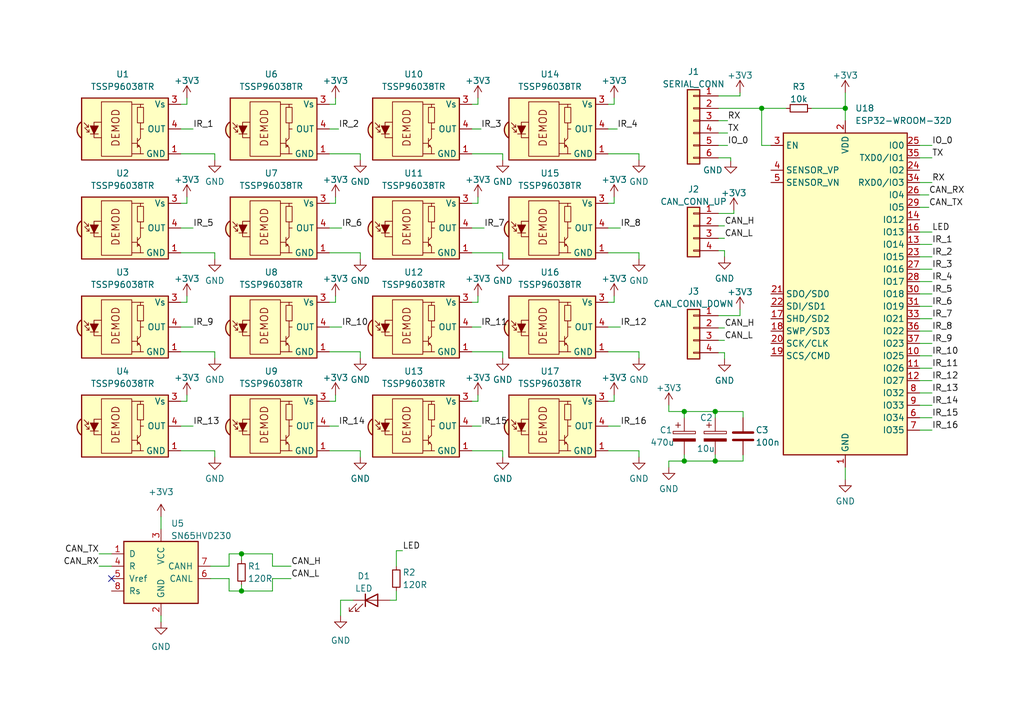
<source format=kicad_sch>
(kicad_sch (version 20211123) (generator eeschema)
  (paper "A5")
  (lib_symbols
    (symbol "BUCKY_IR:TSSP96038TR"
      (property "Reference" "U" (at 0 7.62 0))
      (property "Value" "TSSP96038TR" (at 0 -7.62 0))
      (symbol "TSSP96038TR_0_0"
        (arc (start -8.7879 1.5875) (mid -9.5908 0) (end -8.7879 -1.5875) (stroke (width 0.254)) (fill (type background)))
        (polyline (pts (xy 3.4041 -4.8895) (xy 1.6261 -4.8895)))
        (polyline (pts (xy 3.4041 5.2705) (xy 1.6261 5.2705)))
        (text "DEMOD" (at -1.6759 0.4445 900) (effects (font (size 1.524 1.524))))
      )
      (symbol "TSSP96038TR_0_1"
        (rectangle (start -4.5969 5.7785) (end 1.6261 -5.3975))
        (polyline (pts (xy -7.2639 0.5715) (xy -8.1529 1.4605)))
        (polyline (pts (xy -7.2639 0.5715) (xy -7.7719 0.5715)))
        (polyline (pts (xy -7.2639 0.5715) (xy -7.2639 1.0795)))
        (polyline (pts (xy -7.1369 -0.4445) (xy -8.0259 0.4445)))
        (polyline (pts (xy -7.1369 -0.4445) (xy -7.6449 -0.4445)))
        (polyline (pts (xy -7.1369 -0.4445) (xy -7.1369 0.0635)))
        (polyline (pts (xy -6.8829 -0.8255) (xy -5.2319 -0.8255)))
        (polyline (pts (xy 2.7691 -2.7305) (xy 1.6261 -2.7305)))
        (polyline (pts (xy 2.7691 -1.7145) (xy 2.7691 -3.6195)))
        (polyline (pts (xy 2.8961 -3.3655) (xy 3.0231 -3.3655)))
        (polyline (pts (xy 3.1501 -3.3655) (xy 3.0231 -3.3655)))
        (polyline (pts (xy 3.1501 -3.3655) (xy 3.1501 -3.1115)))
        (polyline (pts (xy 3.4041 0.1905) (xy 3.4041 1.4605)))
        (polyline (pts (xy 3.4041 4.6355) (xy 3.4041 5.2705) (xy 4.0391 5.2705)))
        (polyline (pts (xy -6.8829 0.8255) (xy -5.2319 0.8255) (xy -6.1209 -0.8255) (xy -6.8829 0.8255)) (fill (type outline)))
        (polyline (pts (xy -4.5969 1.5875) (xy -6.1209 1.5875) (xy -6.1209 -1.5875) (xy -4.5969 -1.5875)))
        (polyline (pts (xy 2.7691 -2.9845) (xy 3.4041 -3.6195) (xy 3.4041 -4.8895) (xy 4.0391 -4.8895)))
        (polyline (pts (xy 2.7691 -2.3495) (xy 3.4041 -1.7145) (xy 3.4041 0.1905) (xy 4.0391 0.1905)))
        (rectangle (start 4.0391 1.4605) (end 2.7691 4.6355))
        (rectangle (start 9.1191 6.5405) (end -8.6609 -6.1595) (stroke (width 0.254)) (fill (type background)))
      )
      (symbol "TSSP96038TR_1_1"
        (pin power_in line (at 11.6591 -4.8895 180) (length 2.54) (name "GND") (number "1"))
        (pin power_in line (at 11.6591 5.2705 180) (length 2.54) (name "Vs") (number "3"))
        (pin output line (at 11.6591 0.1905 180) (length 2.54) (name "OUT") (number "4"))
      )
    )
    (symbol "Connector_Generic:Conn_01x04" (pin_names (offset 1.016) hide)
      (property "Reference" "J" (at 0 5.08 0))
      (property "Value" "Conn_01x04" (at 0 -7.62 0))
      (symbol "Conn_01x04_1_1"
        (rectangle (start -1.27 -4.953) (end 0 -5.207) (stroke (width 0.1524)))
        (rectangle (start -1.27 -2.413) (end 0 -2.667) (stroke (width 0.1524)))
        (rectangle (start -1.27 0.127) (end 0 -0.127) (stroke (width 0.1524)))
        (rectangle (start -1.27 2.667) (end 0 2.413) (stroke (width 0.1524)))
        (rectangle (start -1.27 3.81) (end 1.27 -6.35) (stroke (width 0.254)) (fill (type background)))
        (pin passive line (at -5.08 2.54 0) (length 3.81) (name "Pin_1") (number "1"))
        (pin passive line (at -5.08 0 0) (length 3.81) (name "Pin_2") (number "2"))
        (pin passive line (at -5.08 -2.54 0) (length 3.81) (name "Pin_3") (number "3"))
        (pin passive line (at -5.08 -5.08 0) (length 3.81) (name "Pin_4") (number "4"))
      )
    )
    (symbol "Connector_Generic:Conn_01x06" (pin_names (offset 1.016) hide)
      (property "Reference" "J" (at 0 7.62 0))
      (property "Value" "Conn_01x06" (at 0 -10.16 0))
      (symbol "Conn_01x06_1_1"
        (rectangle (start -1.27 -7.493) (end 0 -7.747) (stroke (width 0.1524)))
        (rectangle (start -1.27 -4.953) (end 0 -5.207) (stroke (width 0.1524)))
        (rectangle (start -1.27 -2.413) (end 0 -2.667) (stroke (width 0.1524)))
        (rectangle (start -1.27 0.127) (end 0 -0.127) (stroke (width 0.1524)))
        (rectangle (start -1.27 2.667) (end 0 2.413) (stroke (width 0.1524)))
        (rectangle (start -1.27 5.207) (end 0 4.953) (stroke (width 0.1524)))
        (rectangle (start -1.27 6.35) (end 1.27 -8.89) (stroke (width 0.254)) (fill (type background)))
        (pin passive line (at -5.08 5.08 0) (length 3.81) (name "Pin_1") (number "1"))
        (pin passive line (at -5.08 2.54 0) (length 3.81) (name "Pin_2") (number "2"))
        (pin passive line (at -5.08 0 0) (length 3.81) (name "Pin_3") (number "3"))
        (pin passive line (at -5.08 -2.54 0) (length 3.81) (name "Pin_4") (number "4"))
        (pin passive line (at -5.08 -5.08 0) (length 3.81) (name "Pin_5") (number "5"))
        (pin passive line (at -5.08 -7.62 0) (length 3.81) (name "Pin_6") (number "6"))
      )
    )
    (symbol "Device:C" (pin_numbers hide) (pin_names (offset 0.254))
      (property "Reference" "C" (at 0.635 2.54 0))
      (property "Value" "C" (at 0.635 -2.54 0))
      (symbol "C_0_1"
        (polyline (pts (xy -2.032 -0.762) (xy 2.032 -0.762)) (stroke (width 0.508)))
        (polyline (pts (xy -2.032 0.762) (xy 2.032 0.762)) (stroke (width 0.508)))
      )
      (symbol "C_1_1"
        (pin passive line (at 0 3.81 270) (length 2.794) (name "~") (number "1"))
        (pin passive line (at 0 -3.81 90) (length 2.794) (name "~") (number "2"))
      )
    )
    (symbol "Device:C_Polarized" (pin_numbers hide) (pin_names (offset 0.254))
      (property "Reference" "C" (at 0.635 2.54 0))
      (property "Value" "C_Polarized" (at 0.635 -2.54 0))
      (symbol "C_Polarized_0_1"
        (rectangle (start -2.286 0.508) (end 2.286 1.016))
        (polyline (pts (xy -1.778 2.286) (xy -0.762 2.286)))
        (polyline (pts (xy -1.27 2.794) (xy -1.27 1.778)))
        (rectangle (start 2.286 -0.508) (end -2.286 -1.016) (fill (type outline)))
      )
      (symbol "C_Polarized_1_1"
        (pin passive line (at 0 3.81 270) (length 2.794) (name "~") (number "1"))
        (pin passive line (at 0 -3.81 90) (length 2.794) (name "~") (number "2"))
      )
    )
    (symbol "Device:LED" (pin_numbers hide) (pin_names (offset 1.016) hide)
      (property "Reference" "D" (at 0 2.54 0))
      (property "Value" "LED" (at 0 -2.54 0))
      (symbol "LED_0_1"
        (polyline (pts (xy -1.27 -1.27) (xy -1.27 1.27)) (stroke (width 0.254)))
        (polyline (pts (xy -1.27 0) (xy 1.27 0)))
        (polyline (pts (xy 1.27 -1.27) (xy 1.27 1.27) (xy -1.27 0) (xy 1.27 -1.27)) (stroke (width 0.254)))
        (polyline (pts (xy -3.048 -0.762) (xy -4.572 -2.286) (xy -3.81 -2.286) (xy -4.572 -2.286) (xy -4.572 -1.524)))
        (polyline (pts (xy -1.778 -0.762) (xy -3.302 -2.286) (xy -2.54 -2.286) (xy -3.302 -2.286) (xy -3.302 -1.524)))
      )
      (symbol "LED_1_1"
        (pin passive line (at -3.81 0 0) (length 2.54) (name "K") (number "1"))
        (pin passive line (at 3.81 0 180) (length 2.54) (name "A") (number "2"))
      )
    )
    (symbol "Device:R_Small" (pin_numbers hide) (pin_names (offset 0.254) hide)
      (property "Reference" "R" (at 0.762 0.508 0))
      (property "Value" "R_Small" (at 0.762 -1.016 0))
      (symbol "R_Small_0_1"
        (rectangle (start -0.762 1.778) (end 0.762 -1.778) (stroke (width 0.2032)))
      )
      (symbol "R_Small_1_1"
        (pin passive line (at 0 2.54 270) (length 0.762) (name "~") (number "1"))
        (pin passive line (at 0 -2.54 90) (length 0.762) (name "~") (number "2"))
      )
    )
    (symbol "Interface_CAN_LIN:SN65HVD230" (pin_names (offset 1.016))
      (property "Reference" "U" (at -2.54 10.16 0))
      (property "Value" "SN65HVD230" (at -2.54 7.62 0))
      (symbol "SN65HVD230_0_1"
        (rectangle (start -7.62 5.08) (end 7.62 -7.62) (stroke (width 0.254)) (fill (type background)))
      )
      (symbol "SN65HVD230_1_1"
        (pin input line (at -10.16 2.54 0) (length 2.54) (name "D") (number "1"))
        (pin power_in line (at 0 -10.16 90) (length 2.54) (name "GND") (number "2"))
        (pin power_in line (at 0 7.62 270) (length 2.54) (name "VCC") (number "3"))
        (pin output line (at -10.16 0 0) (length 2.54) (name "R") (number "4"))
        (pin output line (at -10.16 -2.54 0) (length 2.54) (name "Vref") (number "5"))
        (pin bidirectional line (at 10.16 -2.54 180) (length 2.54) (name "CANL") (number "6"))
        (pin bidirectional line (at 10.16 0 180) (length 2.54) (name "CANH") (number "7"))
        (pin input line (at -10.16 -5.08 0) (length 2.54) (name "Rs") (number "8"))
      )
    )
    (symbol "RF_Module:ESP32-WROOM-32D"
      (property "Reference" "U" (at -12.7 34.29 0))
      (property "Value" "ESP32-WROOM-32D" (at 1.27 34.29 0))
      (symbol "ESP32-WROOM-32D_0_1"
        (rectangle (start -12.7 33.02) (end 12.7 -33.02) (stroke (width 0.254)) (fill (type background)))
      )
      (symbol "ESP32-WROOM-32D_1_1"
        (pin power_in line (at 0 -35.56 90) (length 2.54) (name "GND") (number "1"))
        (pin bidirectional line (at 15.24 -12.7 180) (length 2.54) (name "IO25") (number "10"))
        (pin bidirectional line (at 15.24 -15.24 180) (length 2.54) (name "IO26") (number "11"))
        (pin bidirectional line (at 15.24 -17.78 180) (length 2.54) (name "IO27") (number "12"))
        (pin bidirectional line (at 15.24 10.16 180) (length 2.54) (name "IO14") (number "13"))
        (pin bidirectional line (at 15.24 15.24 180) (length 2.54) (name "IO12") (number "14"))
        (pin passive line (at 0 -35.56 90) (length 2.54) hide (name "GND") (number "15"))
        (pin bidirectional line (at 15.24 12.7 180) (length 2.54) (name "IO13") (number "16"))
        (pin bidirectional line (at -15.24 -5.08 0) (length 2.54) (name "SHD/SD2") (number "17"))
        (pin bidirectional line (at -15.24 -7.62 0) (length 2.54) (name "SWP/SD3") (number "18"))
        (pin bidirectional line (at -15.24 -12.7 0) (length 2.54) (name "SCS/CMD") (number "19"))
        (pin power_in line (at 0 35.56 270) (length 2.54) (name "VDD") (number "2"))
        (pin bidirectional line (at -15.24 -10.16 0) (length 2.54) (name "SCK/CLK") (number "20"))
        (pin bidirectional line (at -15.24 0 0) (length 2.54) (name "SDO/SD0") (number "21"))
        (pin bidirectional line (at -15.24 -2.54 0) (length 2.54) (name "SDI/SD1") (number "22"))
        (pin bidirectional line (at 15.24 7.62 180) (length 2.54) (name "IO15") (number "23"))
        (pin bidirectional line (at 15.24 25.4 180) (length 2.54) (name "IO2") (number "24"))
        (pin bidirectional line (at 15.24 30.48 180) (length 2.54) (name "IO0") (number "25"))
        (pin bidirectional line (at 15.24 20.32 180) (length 2.54) (name "IO4") (number "26"))
        (pin bidirectional line (at 15.24 5.08 180) (length 2.54) (name "IO16") (number "27"))
        (pin bidirectional line (at 15.24 2.54 180) (length 2.54) (name "IO17") (number "28"))
        (pin bidirectional line (at 15.24 17.78 180) (length 2.54) (name "IO5") (number "29"))
        (pin input line (at -15.24 30.48 0) (length 2.54) (name "EN") (number "3"))
        (pin bidirectional line (at 15.24 0 180) (length 2.54) (name "IO18") (number "30"))
        (pin bidirectional line (at 15.24 -2.54 180) (length 2.54) (name "IO19") (number "31"))
        (pin no_connect line (at -12.7 -27.94 0) (length 2.54) hide (name "NC") (number "32"))
        (pin bidirectional line (at 15.24 -5.08 180) (length 2.54) (name "IO21") (number "33"))
        (pin bidirectional line (at 15.24 22.86 180) (length 2.54) (name "RXD0/IO3") (number "34"))
        (pin bidirectional line (at 15.24 27.94 180) (length 2.54) (name "TXD0/IO1") (number "35"))
        (pin bidirectional line (at 15.24 -7.62 180) (length 2.54) (name "IO22") (number "36"))
        (pin bidirectional line (at 15.24 -10.16 180) (length 2.54) (name "IO23") (number "37"))
        (pin passive line (at 0 -35.56 90) (length 2.54) hide (name "GND") (number "38"))
        (pin passive line (at 0 -35.56 90) (length 2.54) hide (name "GND") (number "39"))
        (pin input line (at -15.24 25.4 0) (length 2.54) (name "SENSOR_VP") (number "4"))
        (pin input line (at -15.24 22.86 0) (length 2.54) (name "SENSOR_VN") (number "5"))
        (pin input line (at 15.24 -25.4 180) (length 2.54) (name "IO34") (number "6"))
        (pin input line (at 15.24 -27.94 180) (length 2.54) (name "IO35") (number "7"))
        (pin bidirectional line (at 15.24 -20.32 180) (length 2.54) (name "IO32") (number "8"))
        (pin bidirectional line (at 15.24 -22.86 180) (length 2.54) (name "IO33") (number "9"))
      )
    )
    (symbol "power:+3.3V" (power) (pin_names (offset 0))
      (property "Value" "+3.3V" (at 0 3.556 0))
      (symbol "+3.3V_0_1"
        (polyline (pts (xy -0.762 1.27) (xy 0 2.54)))
        (polyline (pts (xy 0 0) (xy 0 2.54)))
        (polyline (pts (xy 0 2.54) (xy 0.762 1.27)))
      )
      (symbol "+3.3V_1_1"
        (pin power_in line (at 0 0 90) (length 0) hide (name "+3V3") (number "1"))
      )
    )
    (symbol "power:GND" (power) (pin_names (offset 0))
      (property "Value" "GND" (at 0 -3.81 0))
      (symbol "GND_0_1"
        (polyline (pts (xy 0 0) (xy 0 -1.27) (xy 1.27 -1.27) (xy 0 -2.54) (xy -1.27 -1.27) (xy 0 -1.27)))
      )
      (symbol "GND_1_1"
        (pin power_in line (at 0 0 270) (length 0) hide (name "GND") (number "1"))
      )
    )
  )
  (junction (at 140.335 84.455))
  (junction (at 49.53 121.285))
  (junction (at 173.355 22.225))
  (junction (at 49.53 113.665))
  (junction (at 146.685 94.615))
  (junction (at 156.21 22.225))
  (junction (at 146.685 84.455))
  (junction (at 140.335 94.615))
  (no_connect (at 22.86 118.745))
  (wire (pts (xy 96.7491 67.1195) (xy 98.6541 67.1195)))
  (wire (pts (xy 173.355 19.05) (xy 173.355 22.225)))
  (wire (pts (xy 137.16 95.885) (xy 137.16 94.615)))
  (wire (pts (xy 188.595 37.465) (xy 191.135 37.465)))
  (wire (pts (xy 20.32 113.665) (xy 22.86 113.665)))
  (wire (pts (xy 49.53 121.285) (xy 55.88 121.285)))
  (wire (pts (xy 98.0191 82.3595) (xy 96.7491 82.3595)))
  (wire (pts (xy 96.7491 26.4795) (xy 98.6541 26.4795)))
  (wire (pts (xy 146.685 94.615) (xy 152.4 94.615)))
  (wire (pts (xy 173.355 22.225) (xy 173.355 24.765)))
  (wire (pts (xy 73.8891 72.1995) (xy 67.5391 72.1995)))
  (wire (pts (xy 151.765 63.5) (xy 151.765 64.77)))
  (wire (pts (xy 188.595 67.945) (xy 191.135 67.945)))
  (wire (pts (xy 33.02 106.045) (xy 33.02 108.585)))
  (wire (pts (xy 98.0191 60.7695) (xy 98.0191 62.0395)))
  (wire (pts (xy 151.765 19.05) (xy 151.765 19.685)))
  (wire (pts (xy 49.53 113.665) (xy 55.88 113.665)))
  (wire (pts (xy 73.8891 32.8295) (xy 73.8891 31.5595)))
  (wire (pts (xy 103.0991 31.5595) (xy 96.7491 31.5595)))
  (wire (pts (xy 156.21 29.845) (xy 158.115 29.845)))
  (wire (pts (xy 46.99 116.205) (xy 46.99 113.665)))
  (wire (pts (xy 188.595 42.545) (xy 190.5 42.545)))
  (wire (pts (xy 49.53 113.665) (xy 49.53 114.935)))
  (wire (pts (xy 81.28 113.03) (xy 81.28 116.205)))
  (wire (pts (xy 149.86 32.385) (xy 147.32 32.385)))
  (wire (pts (xy 43.18 118.745) (xy 46.99 118.745)))
  (wire (pts (xy 148.59 51.435) (xy 147.32 51.435)))
  (wire (pts (xy 124.6891 26.4795) (xy 126.5941 26.4795)))
  (wire (pts (xy 147.32 46.355) (xy 148.59 46.355)))
  (wire (pts (xy 37.0591 67.1195) (xy 39.5991 67.1195)))
  (wire (pts (xy 68.8091 60.7695) (xy 68.8091 62.0395)))
  (wire (pts (xy 43.18 116.205) (xy 46.99 116.205)))
  (wire (pts (xy 38.3291 62.0395) (xy 37.0591 62.0395)))
  (wire (pts (xy 188.595 85.725) (xy 191.135 85.725)))
  (wire (pts (xy 140.335 94.615) (xy 146.685 94.615)))
  (wire (pts (xy 38.3291 40.4495) (xy 38.3291 41.7195)))
  (wire (pts (xy 67.5391 46.7995) (xy 70.0791 46.7995)))
  (wire (pts (xy 125.9591 41.7195) (xy 124.6891 41.7195)))
  (wire (pts (xy 146.685 84.455) (xy 146.685 85.725)))
  (wire (pts (xy 150.495 43.815) (xy 147.32 43.815)))
  (wire (pts (xy 125.9591 20.1295) (xy 125.9591 21.3995)))
  (wire (pts (xy 188.595 78.105) (xy 191.135 78.105)))
  (wire (pts (xy 37.0591 87.4395) (xy 39.5991 87.4395)))
  (wire (pts (xy 147.32 67.31) (xy 148.59 67.31)))
  (wire (pts (xy 38.3291 21.3995) (xy 37.0591 21.3995)))
  (wire (pts (xy 67.5391 87.4395) (xy 69.4441 87.4395)))
  (wire (pts (xy 124.6891 67.1195) (xy 127.2291 67.1195)))
  (wire (pts (xy 33.02 126.365) (xy 33.02 127.635)))
  (wire (pts (xy 68.8091 21.3995) (xy 67.5391 21.3995)))
  (wire (pts (xy 137.16 94.615) (xy 140.335 94.615)))
  (wire (pts (xy 37.0591 26.4795) (xy 39.5991 26.4795)))
  (wire (pts (xy 103.0991 93.7895) (xy 103.0991 92.5195)))
  (wire (pts (xy 103.0991 73.4695) (xy 103.0991 72.1995)))
  (wire (pts (xy 188.595 75.565) (xy 191.135 75.565)))
  (wire (pts (xy 69.85 126.365) (xy 69.85 123.19)))
  (wire (pts (xy 147.32 22.225) (xy 156.21 22.225)))
  (wire (pts (xy 46.99 118.745) (xy 46.99 121.285)))
  (wire (pts (xy 166.37 22.225) (xy 173.355 22.225)))
  (wire (pts (xy 131.0391 32.8295) (xy 131.0391 31.5595)))
  (wire (pts (xy 98.0191 81.0895) (xy 98.0191 82.3595)))
  (wire (pts (xy 68.8091 40.4495) (xy 68.8091 41.7195)))
  (wire (pts (xy 173.355 95.885) (xy 173.355 98.425)))
  (wire (pts (xy 98.0191 41.7195) (xy 96.7491 41.7195)))
  (wire (pts (xy 55.88 121.285) (xy 55.88 118.745)))
  (wire (pts (xy 131.0391 31.5595) (xy 124.6891 31.5595)))
  (wire (pts (xy 38.3291 60.7695) (xy 38.3291 62.0395)))
  (wire (pts (xy 125.9591 21.3995) (xy 124.6891 21.3995)))
  (wire (pts (xy 131.0391 72.1995) (xy 124.6891 72.1995)))
  (wire (pts (xy 152.4 94.615) (xy 152.4 93.345)))
  (wire (pts (xy 188.595 88.265) (xy 191.135 88.265)))
  (wire (pts (xy 125.9591 60.7695) (xy 125.9591 62.0395)))
  (wire (pts (xy 188.595 70.485) (xy 191.135 70.485)))
  (wire (pts (xy 44.0441 31.5595) (xy 37.0591 31.5595)))
  (wire (pts (xy 73.8891 92.5195) (xy 67.5391 92.5195)))
  (wire (pts (xy 103.0991 72.1995) (xy 96.7491 72.1995)))
  (wire (pts (xy 125.9591 40.4495) (xy 125.9591 41.7195)))
  (wire (pts (xy 125.9591 82.3595) (xy 124.6891 82.3595)))
  (wire (pts (xy 150.495 43.18) (xy 150.495 43.815)))
  (wire (pts (xy 73.8891 31.5595) (xy 67.5391 31.5595)))
  (wire (pts (xy 188.595 80.645) (xy 191.135 80.645)))
  (wire (pts (xy 140.335 84.455) (xy 140.335 85.725)))
  (wire (pts (xy 67.5391 26.4795) (xy 69.4441 26.4795)))
  (wire (pts (xy 103.0991 51.8795) (xy 96.7491 51.8795)))
  (wire (pts (xy 124.6891 46.7995) (xy 127.2291 46.7995)))
  (wire (pts (xy 147.32 48.895) (xy 148.59 48.895)))
  (wire (pts (xy 151.765 64.77) (xy 147.32 64.77)))
  (wire (pts (xy 188.595 73.025) (xy 191.135 73.025)))
  (wire (pts (xy 55.88 113.665) (xy 55.88 116.205)))
  (wire (pts (xy 131.0391 53.1495) (xy 131.0391 51.8795)))
  (wire (pts (xy 73.8891 51.8795) (xy 67.5391 51.8795)))
  (wire (pts (xy 68.8091 81.0895) (xy 68.8091 82.3595)))
  (wire (pts (xy 98.0191 40.4495) (xy 98.0191 41.7195)))
  (wire (pts (xy 131.0391 73.4695) (xy 131.0391 72.1995)))
  (wire (pts (xy 44.0441 53.1495) (xy 44.0441 51.8795)))
  (wire (pts (xy 46.99 121.285) (xy 49.53 121.285)))
  (wire (pts (xy 44.0441 92.5195) (xy 37.0591 92.5195)))
  (wire (pts (xy 156.21 22.225) (xy 156.21 29.845)))
  (wire (pts (xy 67.5391 67.1195) (xy 70.0791 67.1195)))
  (wire (pts (xy 82.55 113.03) (xy 81.28 113.03)))
  (wire (pts (xy 55.88 116.205) (xy 59.69 116.205)))
  (wire (pts (xy 69.85 123.19) (xy 72.39 123.19)))
  (wire (pts (xy 156.21 22.225) (xy 161.29 22.225)))
  (wire (pts (xy 188.595 50.165) (xy 191.135 50.165)))
  (wire (pts (xy 146.685 84.455) (xy 152.4 84.455)))
  (wire (pts (xy 188.595 60.325) (xy 191.135 60.325)))
  (wire (pts (xy 81.28 123.19) (xy 80.01 123.19)))
  (wire (pts (xy 137.16 84.455) (xy 140.335 84.455)))
  (wire (pts (xy 188.595 29.845) (xy 191.135 29.845)))
  (wire (pts (xy 125.9591 81.0895) (xy 125.9591 82.3595)))
  (wire (pts (xy 188.595 65.405) (xy 191.135 65.405)))
  (wire (pts (xy 147.32 69.85) (xy 148.59 69.85)))
  (wire (pts (xy 148.59 72.39) (xy 147.32 72.39)))
  (wire (pts (xy 44.0441 72.1995) (xy 37.0591 72.1995)))
  (wire (pts (xy 137.16 83.185) (xy 137.16 84.455)))
  (wire (pts (xy 140.335 93.345) (xy 140.335 94.615)))
  (wire (pts (xy 188.595 83.185) (xy 191.135 83.185)))
  (wire (pts (xy 73.8891 53.1495) (xy 73.8891 51.8795)))
  (wire (pts (xy 38.3291 41.7195) (xy 37.0591 41.7195)))
  (wire (pts (xy 152.4 84.455) (xy 152.4 85.725)))
  (wire (pts (xy 73.8891 93.7895) (xy 73.8891 92.5195)))
  (wire (pts (xy 44.0441 93.7895) (xy 44.0441 92.5195)))
  (wire (pts (xy 125.9591 62.0395) (xy 124.6891 62.0395)))
  (wire (pts (xy 188.595 47.625) (xy 191.135 47.625)))
  (wire (pts (xy 147.32 27.305) (xy 149.225 27.305)))
  (wire (pts (xy 38.3291 82.3595) (xy 37.0591 82.3595)))
  (wire (pts (xy 68.8091 41.7195) (xy 67.5391 41.7195)))
  (wire (pts (xy 148.59 73.66) (xy 148.59 72.39)))
  (wire (pts (xy 188.595 55.245) (xy 191.135 55.245)))
  (wire (pts (xy 44.0441 73.4695) (xy 44.0441 72.1995)))
  (wire (pts (xy 55.88 118.745) (xy 59.69 118.745)))
  (wire (pts (xy 151.765 19.685) (xy 147.32 19.685)))
  (wire (pts (xy 103.0991 92.5195) (xy 96.7491 92.5195)))
  (wire (pts (xy 20.32 116.205) (xy 22.86 116.205)))
  (wire (pts (xy 131.0391 92.5195) (xy 124.6891 92.5195)))
  (wire (pts (xy 148.59 52.705) (xy 148.59 51.435)))
  (wire (pts (xy 149.86 33.02) (xy 149.86 32.385)))
  (wire (pts (xy 188.595 62.865) (xy 191.135 62.865)))
  (wire (pts (xy 188.595 40.005) (xy 190.5 40.005)))
  (wire (pts (xy 98.0191 62.0395) (xy 96.7491 62.0395)))
  (wire (pts (xy 44.0441 32.8295) (xy 44.0441 31.5595)))
  (wire (pts (xy 38.3291 81.0895) (xy 38.3291 82.3595)))
  (wire (pts (xy 96.7491 87.4395) (xy 98.6541 87.4395)))
  (wire (pts (xy 188.595 52.705) (xy 191.135 52.705)))
  (wire (pts (xy 103.0991 53.1495) (xy 103.0991 51.8795)))
  (wire (pts (xy 147.32 24.765) (xy 149.225 24.765)))
  (wire (pts (xy 131.0391 51.8795) (xy 124.6891 51.8795)))
  (wire (pts (xy 46.99 113.665) (xy 49.53 113.665)))
  (wire (pts (xy 98.0191 21.3995) (xy 96.7491 21.3995)))
  (wire (pts (xy 37.0591 46.7995) (xy 39.5991 46.7995)))
  (wire (pts (xy 188.595 57.785) (xy 191.135 57.785)))
  (wire (pts (xy 140.335 84.455) (xy 146.685 84.455)))
  (wire (pts (xy 147.32 29.845) (xy 149.225 29.845)))
  (wire (pts (xy 44.0441 51.8795) (xy 37.0591 51.8795)))
  (wire (pts (xy 38.3291 20.1295) (xy 38.3291 21.3995)))
  (wire (pts (xy 188.595 32.385) (xy 191.135 32.385)))
  (wire (pts (xy 81.28 121.285) (xy 81.28 123.19)))
  (wire (pts (xy 49.53 120.015) (xy 49.53 121.285)))
  (wire (pts (xy 98.0191 20.1295) (xy 98.0191 21.3995)))
  (wire (pts (xy 68.8091 62.0395) (xy 67.5391 62.0395)))
  (wire (pts (xy 103.0991 32.8295) (xy 103.0991 31.5595)))
  (wire (pts (xy 124.6891 87.4395) (xy 127.2291 87.4395)))
  (wire (pts (xy 96.7491 46.7995) (xy 99.2891 46.7995)))
  (wire (pts (xy 68.8091 20.1295) (xy 68.8091 21.3995)))
  (wire (pts (xy 146.685 93.345) (xy 146.685 94.615)))
  (wire (pts (xy 68.8091 82.3595) (xy 67.5391 82.3595)))
  (wire (pts (xy 131.0391 93.7895) (xy 131.0391 92.5195)))
  (wire (pts (xy 73.8891 73.4695) (xy 73.8891 72.1995)))
  (label "IR_6" (at 70.0791 46.7995 0))
  (label "CAN_RX" (at 20.32 116.205 180))
  (label "CAN_H" (at 148.59 46.355 0))
  (label "IR_11" (at 98.6541 67.1195 0))
  (label "CAN_TX" (at 20.32 113.665 180))
  (label "IO_0" (at 191.135 29.845 0))
  (label "CAN_RX" (at 190.5 40.005 0))
  (label "TX" (at 191.135 32.385 0))
  (label "IR_14" (at 69.4441 87.4395 0))
  (label "IR_3" (at 191.135 55.245 0))
  (label "IR_1" (at 39.5991 26.4795 0))
  (label "IR_6" (at 191.135 62.865 0))
  (label "IR_2" (at 69.4441 26.4795 0))
  (label "RX" (at 191.135 37.465 0))
  (label "IR_10" (at 191.135 73.025 0))
  (label "IR_10" (at 70.0791 67.1195 0))
  (label "IR_5" (at 39.5991 46.7995 0))
  (label "IR_15" (at 191.135 85.725 0))
  (label "IR_4" (at 126.5941 26.4795 0))
  (label "CAN_L" (at 148.59 69.85 0))
  (label "CAN_L" (at 59.69 118.745 0))
  (label "IR_11" (at 191.135 75.565 0))
  (label "IR_8" (at 127.2291 46.7995 0))
  (label "CAN_H" (at 148.59 67.31 0))
  (label "LED" (at 82.55 113.03 0))
  (label "IR_13" (at 191.135 80.645 0))
  (label "IR_4" (at 191.135 57.785 0))
  (label "IR_14" (at 191.135 83.185 0))
  (label "IR_15" (at 98.6541 87.4395 0))
  (label "LED" (at 191.135 47.625 0))
  (label "IR_7" (at 99.2891 46.7995 0))
  (label "IO_0" (at 149.225 29.845 0))
  (label "IR_9" (at 191.135 70.485 0))
  (label "IR_16" (at 127.2291 87.4395 0))
  (label "CAN_L" (at 148.59 48.895 0))
  (label "IR_8" (at 191.135 67.945 0))
  (label "IR_13" (at 39.5991 87.4395 0))
  (label "IR_3" (at 98.6541 26.4795 0))
  (label "IR_16" (at 191.135 88.265 0))
  (label "IR_1" (at 191.135 50.165 0))
  (label "IR_12" (at 191.135 78.105 0))
  (label "IR_9" (at 39.5991 67.1195 0))
  (label "RX" (at 149.225 24.765 0))
  (label "IR_12" (at 127.2291 67.1195 0))
  (label "CAN_TX" (at 190.5 42.545 0))
  (label "IR_7" (at 191.135 65.405 0))
  (label "IR_5" (at 191.135 60.325 0))
  (label "CAN_H" (at 59.69 116.205 0))
  (label "TX" (at 149.225 27.305 0))
  (label "IR_2" (at 191.135 52.705 0))
  (symbol (lib_id "power:GND") (at 33.02 127.635 0) (unit 1)
    (property "Reference" "#PWR02" (effects hide))
    (property "Value" "GND" (at 33.02 132.715 0))
  )
  (symbol (lib_id "power:+3.3V") (at 151.765 63.5 0) (unit 1)
    (property "Reference" "#PWR043" (effects hide))
    (property "Value" "+3.3V" (at 151.765 59.9242 0))
  )
  (symbol (lib_id "power:GND") (at 73.8891 73.4695 0) (unit 1)
    (property "Reference" "#PWR018" (effects hide))
    (property "Value" "GND" (at 73.8891 77.9129 0))
  )
  (symbol (lib_id "power:GND") (at 103.0991 93.7895 0) (unit 1)
    (property "Reference" "#PWR027" (effects hide))
    (property "Value" "GND" (at 103.0991 98.2329 0))
  )
  (symbol (lib_id "power:+3.3V") (at 173.355 19.05 0) (unit 1)
    (property "Reference" "#PWR044" (effects hide))
    (property "Value" "+3.3V" (at 173.355 15.4742 0))
  )
  (symbol (lib_id "power:+3.3V") (at 98.0191 40.4495 0) (unit 1)
    (property "Reference" "#PWR021" (effects hide))
    (property "Value" "+3.3V" (at 98.0191 36.8737 0))
  )
  (symbol (lib_id "power:+3.3V") (at 68.8091 20.1295 0) (unit 1)
    (property "Reference" "#PWR011" (effects hide))
    (property "Value" "+3.3V" (at 68.8091 16.5537 0))
  )
  (symbol (lib_id "Device:R_Small") (at 81.28 118.745 0) (unit 1)
    (property "Reference" "R2" (at 82.55 117.475 0) (effects (justify left)))
    (property "Value" "120R" (at 82.55 120.015 0) (effects (justify left)))
    (property "Footprint" "Resistor_SMD:R_0805_2012Metric_Pad1.20x1.40mm_HandSolder" (effects hide))
  )
  (symbol (lib_id "power:GND") (at 44.0441 32.8295 0) (unit 1)
    (property "Reference" "#PWR07" (effects hide))
    (property "Value" "GND" (at 44.0441 37.2729 0))
  )
  (symbol (lib_id "power:+3.3V") (at 98.0191 81.0895 0) (unit 1)
    (property "Reference" "#PWR023" (effects hide))
    (property "Value" "+3.3V" (at 98.0191 77.5137 0))
  )
  (symbol (lib_id "power:GND") (at 173.355 98.425 0) (unit 1)
    (property "Reference" "#PWR045" (effects hide))
    (property "Value" "GND" (at 173.355 102.8684 0))
  )
  (symbol (lib_id "power:+3.3V") (at 137.16 83.185 0) (unit 1)
    (property "Reference" "#PWR036" (effects hide))
    (property "Value" "+3.3V" (at 137.16 79.6092 0))
  )
  (symbol (lib_id "power:+3.3V") (at 125.9591 20.1295 0) (unit 1)
    (property "Reference" "#PWR028" (effects hide))
    (property "Value" "+3.3V" (at 125.9591 16.5537 0))
  )
  (symbol (lib_id "power:+3.3V") (at 125.9591 81.0895 0) (unit 1)
    (property "Reference" "#PWR031" (effects hide))
    (property "Value" "+3.3V" (at 125.9591 77.5137 0))
  )
  (symbol (lib_id "BUCKY_IR:TSSP96038TR") (at 25.4 26.67 0) (unit 1)
    (property "Reference" "U1" (at 25.1641 15.24 0))
    (property "Value" "TSSP96038TR" (at 25.1641 17.78 0))
    (property "Footprint" "BUCKY_IR:TSSP96038" (effects hide))
    (property "Datasheet" "https://nl.mouser.com/datasheet/2/427/VISH_S_A0012362845_1-2572296.pdf" (effects hide))
  )
  (symbol (lib_id "power:GND") (at 131.0391 32.8295 0) (unit 1)
    (property "Reference" "#PWR032" (effects hide))
    (property "Value" "GND" (at 131.0391 37.2729 0))
  )
  (symbol (lib_id "Device:C_Polarized") (at 140.335 89.535 0) (unit 1)
    (property "Reference" "C1" (at 135.255 88.265 0) (effects (justify left)))
    (property "Value" "470u" (at 133.35 90.8019 0) (effects (justify left)))
    (property "Footprint" "Capacitor_SMD:CP_Elec_6.3x7.7" (effects hide))
  )
  (symbol (lib_id "Device:R_Small") (at 163.83 22.225 90) (unit 1)
    (property "Reference" "R3" (at 163.83 17.7886 90))
    (property "Value" "10k" (at 163.83 20.3255 90))
    (property "Footprint" "Resistor_SMD:R_0805_2012Metric_Pad1.20x1.40mm_HandSolder" (effects hide))
  )
  (symbol (lib_id "BUCKY_IR:TSSP96038TR") (at 113.03 67.31 0) (unit 1)
    (property "Reference" "U16" (at 112.7941 55.88 0))
    (property "Value" "TSSP96038TR" (at 112.7941 58.42 0))
    (property "Footprint" "BUCKY_IR:TSSP96038" (effects hide))
    (property "Datasheet" "https://nl.mouser.com/datasheet/2/427/VISH_S_A0012362845_1-2572296.pdf" (effects hide))
  )
  (symbol (lib_id "BUCKY_IR:TSSP96038TR") (at 85.09 26.67 0) (unit 1)
    (property "Reference" "U10" (at 84.8541 15.24 0))
    (property "Value" "TSSP96038TR" (at 84.8541 17.78 0))
    (property "Footprint" "BUCKY_IR:TSSP96038" (effects hide))
    (property "Datasheet" "https://nl.mouser.com/datasheet/2/427/VISH_S_A0012362845_1-2572296.pdf" (effects hide))
  )
  (symbol (lib_id "power:+3.3V") (at 68.8091 40.4495 0) (unit 1)
    (property "Reference" "#PWR012" (effects hide))
    (property "Value" "+3.3V" (at 68.8091 36.8737 0))
  )
  (symbol (lib_id "Device:C_Polarized") (at 146.685 89.535 0) (unit 1)
    (property "Reference" "C2" (at 143.51 85.725 0) (effects (justify left)))
    (property "Value" "10u" (at 142.875 92.075 0) (effects (justify left)))
    (property "Footprint" "Capacitor_SMD:CP_Elec_6.3x7.7" (effects hide))
  )
  (symbol (lib_id "power:+3.3V") (at 33.02 106.045 0) (unit 1)
    (property "Reference" "#PWR01" (effects hide))
    (property "Value" "+3.3V" (at 33.02 100.965 0))
  )
  (symbol (lib_id "Connector_Generic:Conn_01x06") (at 142.24 24.765 0) (mirror y) (unit 1)
    (property "Reference" "J1" (at 142.24 14.7152 0))
    (property "Value" "SERIAL_CONN" (at 142.24 17.2521 0))
    (property "Footprint" "Connector_JST:JST_PH_B6B-PH-K_1x06_P2.00mm_Vertical" (effects hide))
  )
  (symbol (lib_id "Device:C") (at 152.4 89.535 0) (unit 1)
    (property "Reference" "C3" (at 154.94 88.265 0) (effects (justify left)))
    (property "Value" "100n" (at 154.94 90.8019 0) (effects (justify left)))
    (property "Footprint" "Capacitor_SMD:C_0805_2012Metric_Pad1.18x1.45mm_HandSolder" (effects hide))
  )
  (symbol (lib_id "Device:LED") (at 76.2 123.19 0) (unit 1)
    (property "Reference" "D1" (at 74.6125 118.2202 0))
    (property "Value" "LED" (at 74.6125 120.7571 0))
    (property "Footprint" "LED_SMD:LED_0805_2012Metric_Pad1.15x1.40mm_HandSolder" (effects hide))
  )
  (symbol (lib_id "power:GND") (at 103.0991 73.4695 0) (unit 1)
    (property "Reference" "#PWR026" (effects hide))
    (property "Value" "GND" (at 103.0991 77.9129 0))
  )
  (symbol (lib_id "power:GND") (at 73.8891 53.1495 0) (unit 1)
    (property "Reference" "#PWR017" (effects hide))
    (property "Value" "GND" (at 73.8891 57.5929 0))
  )
  (symbol (lib_id "power:GND") (at 73.8891 93.7895 0) (unit 1)
    (property "Reference" "#PWR019" (effects hide))
    (property "Value" "GND" (at 73.8891 98.2329 0))
  )
  (symbol (lib_id "power:GND") (at 103.0991 53.1495 0) (unit 1)
    (property "Reference" "#PWR025" (effects hide))
    (property "Value" "GND" (at 103.0991 57.5929 0))
  )
  (symbol (lib_id "BUCKY_IR:TSSP96038TR") (at 25.4 67.31 0) (unit 1)
    (property "Reference" "U3" (at 25.1641 55.88 0))
    (property "Value" "TSSP96038TR" (at 25.1641 58.42 0))
    (property "Footprint" "BUCKY_IR:TSSP96038" (effects hide))
    (property "Datasheet" "https://nl.mouser.com/datasheet/2/427/VISH_S_A0012362845_1-2572296.pdf" (effects hide))
  )
  (symbol (lib_id "power:+3.3V") (at 38.3291 60.7695 0) (unit 1)
    (property "Reference" "#PWR05" (effects hide))
    (property "Value" "+3.3V" (at 38.3291 57.1937 0))
  )
  (symbol (lib_id "power:GND") (at 148.59 52.705 0) (unit 1)
    (property "Reference" "#PWR038" (effects hide))
    (property "Value" "GND" (at 148.59 57.1484 0))
  )
  (symbol (lib_id "Connector_Generic:Conn_01x04") (at 142.24 67.31 0) (mirror y) (unit 1)
    (property "Reference" "J3" (at 142.24 59.8002 0))
    (property "Value" "CAN_CONN_DOWN" (at 142.24 62.3371 0))
    (property "Footprint" "Connector_JST:JST_PH_B6B-PH-K_1x06_P2.00mm_Vertical" (effects hide))
  )
  (symbol (lib_id "BUCKY_IR:TSSP96038TR") (at 25.4 46.99 0) (unit 1)
    (property "Reference" "U2" (at 25.1641 35.56 0))
    (property "Value" "TSSP96038TR" (at 25.1641 38.1 0))
    (property "Footprint" "BUCKY_IR:TSSP96038" (effects hide))
    (property "Datasheet" "https://nl.mouser.com/datasheet/2/427/VISH_S_A0012362845_1-2572296.pdf" (effects hide))
  )
  (symbol (lib_id "power:GND") (at 137.16 95.885 0) (unit 1)
    (property "Reference" "#PWR037" (effects hide))
    (property "Value" "GND" (at 137.16 100.3284 0))
  )
  (symbol (lib_id "BUCKY_IR:TSSP96038TR") (at 55.88 87.63 0) (unit 1)
    (property "Reference" "U9" (at 55.6441 76.2 0))
    (property "Value" "TSSP96038TR" (at 55.6441 78.74 0))
    (property "Footprint" "BUCKY_IR:TSSP96038" (effects hide))
    (property "Datasheet" "https://nl.mouser.com/datasheet/2/427/VISH_S_A0012362845_1-2572296.pdf" (effects hide))
  )
  (symbol (lib_id "BUCKY_IR:TSSP96038TR") (at 113.03 46.99 0) (unit 1)
    (property "Reference" "U15" (at 112.7941 35.56 0))
    (property "Value" "TSSP96038TR" (at 112.7941 38.1 0))
    (property "Footprint" "BUCKY_IR:TSSP96038" (effects hide))
    (property "Datasheet" "https://nl.mouser.com/datasheet/2/427/VISH_S_A0012362845_1-2572296.pdf" (effects hide))
  )
  (symbol (lib_id "power:+3.3V") (at 125.9591 40.4495 0) (unit 1)
    (property "Reference" "#PWR029" (effects hide))
    (property "Value" "+3.3V" (at 125.9591 36.8737 0))
  )
  (symbol (lib_id "power:+3.3V") (at 68.8091 60.7695 0) (unit 1)
    (property "Reference" "#PWR013" (effects hide))
    (property "Value" "+3.3V" (at 68.8091 57.1937 0))
  )
  (symbol (lib_id "BUCKY_IR:TSSP96038TR") (at 85.09 67.31 0) (unit 1)
    (property "Reference" "U12" (at 84.8541 55.88 0))
    (property "Value" "TSSP96038TR" (at 84.8541 58.42 0))
    (property "Footprint" "BUCKY_IR:TSSP96038" (effects hide))
    (property "Datasheet" "https://nl.mouser.com/datasheet/2/427/VISH_S_A0012362845_1-2572296.pdf" (effects hide))
  )
  (symbol (lib_id "power:GND") (at 69.85 126.365 0) (unit 1)
    (property "Reference" "#PWR015" (effects hide))
    (property "Value" "GND" (at 69.85 131.445 0))
  )
  (symbol (lib_id "power:+3.3V") (at 38.3291 20.1295 0) (unit 1)
    (property "Reference" "#PWR03" (effects hide))
    (property "Value" "+3.3V" (at 38.3291 16.5537 0))
  )
  (symbol (lib_id "power:GND") (at 44.0441 93.7895 0) (unit 1)
    (property "Reference" "#PWR010" (effects hide))
    (property "Value" "GND" (at 44.0441 98.2329 0))
  )
  (symbol (lib_id "BUCKY_IR:TSSP96038TR") (at 113.03 87.63 0) (unit 1)
    (property "Reference" "U17" (at 112.7941 76.2 0))
    (property "Value" "TSSP96038TR" (at 112.7941 78.74 0))
    (property "Footprint" "BUCKY_IR:TSSP96038" (effects hide))
    (property "Datasheet" "https://nl.mouser.com/datasheet/2/427/VISH_S_A0012362845_1-2572296.pdf" (effects hide))
  )
  (symbol (lib_id "BUCKY_IR:TSSP96038TR") (at 85.09 87.63 0) (unit 1)
    (property "Reference" "U13" (at 84.8541 76.2 0))
    (property "Value" "TSSP96038TR" (at 84.8541 78.74 0))
    (property "Footprint" "BUCKY_IR:TSSP96038" (effects hide))
    (property "Datasheet" "https://nl.mouser.com/datasheet/2/427/VISH_S_A0012362845_1-2572296.pdf" (effects hide))
  )
  (symbol (lib_id "power:GND") (at 149.86 33.02 0) (unit 1)
    (property "Reference" "#PWR040" (effects hide))
    (property "Value" "GND" (at 144.145 34.925 0) (effects (justify left)))
  )
  (symbol (lib_id "power:GND") (at 103.0991 32.8295 0) (unit 1)
    (property "Reference" "#PWR024" (effects hide))
    (property "Value" "GND" (at 103.0991 37.2729 0))
  )
  (symbol (lib_id "power:+3.3V") (at 38.3291 81.0895 0) (unit 1)
    (property "Reference" "#PWR06" (effects hide))
    (property "Value" "+3.3V" (at 38.3291 77.5137 0))
  )
  (symbol (lib_id "power:+3.3V") (at 98.0191 60.7695 0) (unit 1)
    (property "Reference" "#PWR022" (effects hide))
    (property "Value" "+3.3V" (at 98.0191 57.1937 0))
  )
  (symbol (lib_id "power:+3.3V") (at 125.9591 60.7695 0) (unit 1)
    (property "Reference" "#PWR030" (effects hide))
    (property "Value" "+3.3V" (at 125.9591 57.1937 0))
  )
  (symbol (lib_id "power:GND") (at 148.59 73.66 0) (unit 1)
    (property "Reference" "#PWR039" (effects hide))
    (property "Value" "GND" (at 148.59 78.1034 0))
  )
  (symbol (lib_id "BUCKY_IR:TSSP96038TR") (at 25.4 87.63 0) (unit 1)
    (property "Reference" "U4" (at 25.1641 76.2 0))
    (property "Value" "TSSP96038TR" (at 25.1641 78.74 0))
    (property "Footprint" "BUCKY_IR:TSSP96038" (effects hide))
    (property "Datasheet" "https://nl.mouser.com/datasheet/2/427/VISH_S_A0012362845_1-2572296.pdf" (effects hide))
  )
  (symbol (lib_id "BUCKY_IR:TSSP96038TR") (at 55.88 67.31 0) (unit 1)
    (property "Reference" "U8" (at 55.6441 55.88 0))
    (property "Value" "TSSP96038TR" (at 55.6441 58.42 0))
    (property "Footprint" "BUCKY_IR:TSSP96038" (effects hide))
    (property "Datasheet" "https://nl.mouser.com/datasheet/2/427/VISH_S_A0012362845_1-2572296.pdf" (effects hide))
  )
  (symbol (lib_id "BUCKY_IR:TSSP96038TR") (at 113.03 26.67 0) (unit 1)
    (property "Reference" "U14" (at 112.7941 15.24 0))
    (property "Value" "TSSP96038TR" (at 112.7941 17.78 0))
    (property "Footprint" "BUCKY_IR:TSSP96038" (effects hide))
    (property "Datasheet" "https://nl.mouser.com/datasheet/2/427/VISH_S_A0012362845_1-2572296.pdf" (effects hide))
  )
  (symbol (lib_id "power:+3.3V") (at 150.495 43.18 0) (unit 1)
    (property "Reference" "#PWR041" (effects hide))
    (property "Value" "+3.3V" (at 150.495 39.6042 0))
  )
  (symbol (lib_id "BUCKY_IR:TSSP96038TR") (at 55.88 46.99 0) (unit 1)
    (property "Reference" "U7" (at 55.6441 35.56 0))
    (property "Value" "TSSP96038TR" (at 55.6441 38.1 0))
    (property "Footprint" "BUCKY_IR:TSSP96038" (effects hide))
    (property "Datasheet" "https://nl.mouser.com/datasheet/2/427/VISH_S_A0012362845_1-2572296.pdf" (effects hide))
  )
  (symbol (lib_id "power:+3.3V") (at 98.0191 20.1295 0) (unit 1)
    (property "Reference" "#PWR020" (effects hide))
    (property "Value" "+3.3V" (at 98.0191 16.5537 0))
  )
  (symbol (lib_id "BUCKY_IR:TSSP96038TR") (at 55.88 26.67 0) (unit 1)
    (property "Reference" "U6" (at 55.6441 15.24 0))
    (property "Value" "TSSP96038TR" (at 55.6441 17.78 0))
    (property "Footprint" "BUCKY_IR:TSSP96038" (effects hide))
    (property "Datasheet" "https://nl.mouser.com/datasheet/2/427/VISH_S_A0012362845_1-2572296.pdf" (effects hide))
  )
  (symbol (lib_id "RF_Module:ESP32-WROOM-32D") (at 173.355 60.325 0) (unit 1)
    (property "Reference" "U18" (at 175.3744 22.225 0) (effects (justify left)))
    (property "Value" "ESP32-WROOM-32D" (at 175.3744 24.765 0) (effects (justify left)))
    (property "Footprint" "RF_Module:ESP32-WROOM-32" (effects hide))
    (property "Datasheet" "https://www.espressif.com/sites/default/files/documentation/esp32-wroom-32d_esp32-wroom-32u_datasheet_en.pdf" (effects hide))
  )
  (symbol (lib_id "power:GND") (at 73.8891 32.8295 0) (unit 1)
    (property "Reference" "#PWR016" (effects hide))
    (property "Value" "GND" (at 73.8891 37.2729 0))
  )
  (symbol (lib_id "power:GND") (at 44.0441 53.1495 0) (unit 1)
    (property "Reference" "#PWR08" (effects hide))
    (property "Value" "GND" (at 44.0441 57.5929 0))
  )
  (symbol (lib_id "power:GND") (at 131.0391 73.4695 0) (unit 1)
    (property "Reference" "#PWR034" (effects hide))
    (property "Value" "GND" (at 131.0391 77.9129 0))
  )
  (symbol (lib_id "power:GND") (at 131.0391 53.1495 0) (unit 1)
    (property "Reference" "#PWR033" (effects hide))
    (property "Value" "GND" (at 131.0391 57.5929 0))
  )
  (symbol (lib_id "power:GND") (at 44.0441 73.4695 0) (unit 1)
    (property "Reference" "#PWR09" (effects hide))
    (property "Value" "GND" (at 44.0441 77.9129 0))
  )
  (symbol (lib_id "Connector_Generic:Conn_01x04") (at 142.24 46.355 0) (mirror y) (unit 1)
    (property "Reference" "J2" (at 142.24 38.8452 0))
    (property "Value" "CAN_CONN_UP" (at 142.24 41.3821 0))
    (property "Footprint" "Connector_JST:JST_PH_B6B-PH-K_1x06_P2.00mm_Vertical" (effects hide))
  )
  (symbol (lib_id "power:+3.3V") (at 38.3291 40.4495 0) (unit 1)
    (property "Reference" "#PWR04" (effects hide))
    (property "Value" "+3.3V" (at 38.3291 36.8737 0))
  )
  (symbol (lib_id "Interface_CAN_LIN:SN65HVD230") (at 33.02 116.205 0) (unit 1)
    (property "Reference" "U5" (at 35.0394 107.4252 0) (effects (justify left)))
    (property "Value" "SN65HVD230" (at 35.0394 109.9621 0) (effects (justify left)))
    (property "Footprint" "Package_SO:SOIC-8_3.9x4.9mm_P1.27mm" (effects hide))
    (property "Datasheet" "http://www.ti.com/lit/ds/symlink/sn65hvd230.pdf" (effects hide))
  )
  (symbol (lib_id "Device:R_Small") (at 49.53 117.475 0) (unit 1)
    (property "Reference" "R1" (at 50.8 116.205 0) (effects (justify left)))
    (property "Value" "120R" (at 50.8 118.745 0) (effects (justify left)))
    (property "Footprint" "Resistor_SMD:R_0805_2012Metric_Pad1.20x1.40mm_HandSolder" (effects hide))
  )
  (symbol (lib_id "power:+3.3V") (at 68.8091 81.0895 0) (unit 1)
    (property "Reference" "#PWR014" (effects hide))
    (property "Value" "+3.3V" (at 68.8091 77.5137 0))
  )
  (symbol (lib_id "power:GND") (at 131.0391 93.7895 0) (unit 1)
    (property "Reference" "#PWR035" (effects hide))
    (property "Value" "GND" (at 131.0391 98.2329 0))
  )
  (symbol (lib_id "power:+3.3V") (at 151.765 19.05 0) (unit 1)
    (property "Reference" "#PWR042" (effects hide))
    (property "Value" "+3.3V" (at 151.765 15.4742 0))
  )
  (symbol (lib_id "BUCKY_IR:TSSP96038TR") (at 85.09 46.99 0) (unit 1)
    (property "Reference" "U11" (at 84.8541 35.56 0))
    (property "Value" "TSSP96038TR" (at 84.8541 38.1 0))
    (property "Footprint" "BUCKY_IR:TSSP96038" (effects hide))
    (property "Datasheet" "https://nl.mouser.com/datasheet/2/427/VISH_S_A0012362845_1-2572296.pdf" (effects hide))
  )
)
</source>
